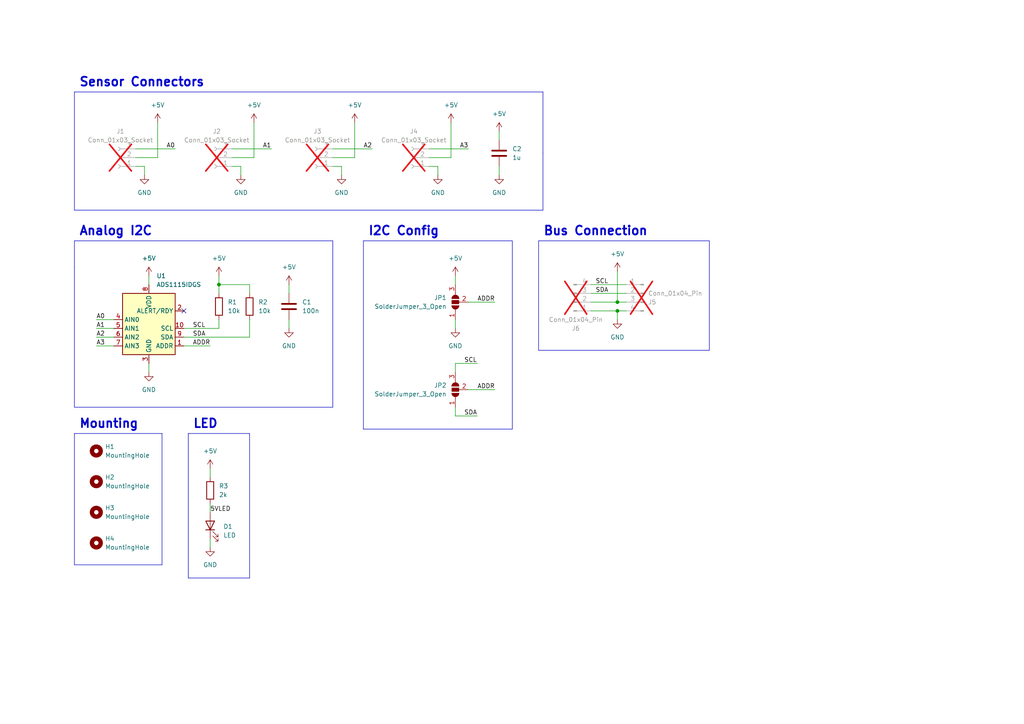
<source format=kicad_sch>
(kicad_sch (version 20230121) (generator eeschema)

  (uuid 807c05fd-68c5-483d-a64c-90bb106f15f2)

  (paper "A4")

  (lib_symbols
    (symbol "Analog_ADC:ADS1115IDGS" (in_bom yes) (on_board yes)
      (property "Reference" "U" (at 2.54 13.97 0)
        (effects (font (size 1.27 1.27)))
      )
      (property "Value" "ADS1115IDGS" (at 7.62 11.43 0)
        (effects (font (size 1.27 1.27)))
      )
      (property "Footprint" "Package_SO:TSSOP-10_3x3mm_P0.5mm" (at 0 -12.7 0)
        (effects (font (size 1.27 1.27)) hide)
      )
      (property "Datasheet" "http://www.ti.com/lit/ds/symlink/ads1113.pdf" (at -1.27 -22.86 0)
        (effects (font (size 1.27 1.27)) hide)
      )
      (property "ki_keywords" "16 bit 4 channel I2C ADC" (at 0 0 0)
        (effects (font (size 1.27 1.27)) hide)
      )
      (property "ki_description" "Ultra-Small, Low-Power, I2C-Compatible, 860-SPS, 16-Bit ADCs With Internal Reference, Oscillator, and Programmable Comparator, VSSOP-10" (at 0 0 0)
        (effects (font (size 1.27 1.27)) hide)
      )
      (property "ki_fp_filters" "TSSOP*3x3mm*P0.5mm*" (at 0 0 0)
        (effects (font (size 1.27 1.27)) hide)
      )
      (symbol "ADS1115IDGS_0_1"
        (rectangle (start -7.62 10.16) (end 7.62 -7.62)
          (stroke (width 0.254) (type default))
          (fill (type background))
        )
      )
      (symbol "ADS1115IDGS_1_1"
        (pin input line (at 10.16 -5.08 180) (length 2.54)
          (name "ADDR" (effects (font (size 1.27 1.27))))
          (number "1" (effects (font (size 1.27 1.27))))
        )
        (pin input line (at 10.16 0 180) (length 2.54)
          (name "SCL" (effects (font (size 1.27 1.27))))
          (number "10" (effects (font (size 1.27 1.27))))
        )
        (pin output line (at 10.16 5.08 180) (length 2.54)
          (name "ALERT/RDY" (effects (font (size 1.27 1.27))))
          (number "2" (effects (font (size 1.27 1.27))))
        )
        (pin power_in line (at 0 -10.16 90) (length 2.54)
          (name "GND" (effects (font (size 1.27 1.27))))
          (number "3" (effects (font (size 1.27 1.27))))
        )
        (pin input line (at -10.16 2.54 0) (length 2.54)
          (name "AIN0" (effects (font (size 1.27 1.27))))
          (number "4" (effects (font (size 1.27 1.27))))
        )
        (pin input line (at -10.16 0 0) (length 2.54)
          (name "AIN1" (effects (font (size 1.27 1.27))))
          (number "5" (effects (font (size 1.27 1.27))))
        )
        (pin input line (at -10.16 -2.54 0) (length 2.54)
          (name "AIN2" (effects (font (size 1.27 1.27))))
          (number "6" (effects (font (size 1.27 1.27))))
        )
        (pin input line (at -10.16 -5.08 0) (length 2.54)
          (name "AIN3" (effects (font (size 1.27 1.27))))
          (number "7" (effects (font (size 1.27 1.27))))
        )
        (pin power_in line (at 0 12.7 270) (length 2.54)
          (name "VDD" (effects (font (size 1.27 1.27))))
          (number "8" (effects (font (size 1.27 1.27))))
        )
        (pin bidirectional line (at 10.16 -2.54 180) (length 2.54)
          (name "SDA" (effects (font (size 1.27 1.27))))
          (number "9" (effects (font (size 1.27 1.27))))
        )
      )
    )
    (symbol "Connector:Conn_01x03_Socket" (pin_names (offset 1.016) hide) (in_bom yes) (on_board yes)
      (property "Reference" "J" (at 0 5.08 0)
        (effects (font (size 1.27 1.27)))
      )
      (property "Value" "Conn_01x03_Socket" (at 0 -5.08 0)
        (effects (font (size 1.27 1.27)))
      )
      (property "Footprint" "" (at 0 0 0)
        (effects (font (size 1.27 1.27)) hide)
      )
      (property "Datasheet" "~" (at 0 0 0)
        (effects (font (size 1.27 1.27)) hide)
      )
      (property "ki_locked" "" (at 0 0 0)
        (effects (font (size 1.27 1.27)))
      )
      (property "ki_keywords" "connector" (at 0 0 0)
        (effects (font (size 1.27 1.27)) hide)
      )
      (property "ki_description" "Generic connector, single row, 01x03, script generated" (at 0 0 0)
        (effects (font (size 1.27 1.27)) hide)
      )
      (property "ki_fp_filters" "Connector*:*_1x??_*" (at 0 0 0)
        (effects (font (size 1.27 1.27)) hide)
      )
      (symbol "Conn_01x03_Socket_1_1"
        (arc (start 0 -2.032) (mid -0.5058 -2.54) (end 0 -3.048)
          (stroke (width 0.1524) (type default))
          (fill (type none))
        )
        (polyline
          (pts
            (xy -1.27 -2.54)
            (xy -0.508 -2.54)
          )
          (stroke (width 0.1524) (type default))
          (fill (type none))
        )
        (polyline
          (pts
            (xy -1.27 0)
            (xy -0.508 0)
          )
          (stroke (width 0.1524) (type default))
          (fill (type none))
        )
        (polyline
          (pts
            (xy -1.27 2.54)
            (xy -0.508 2.54)
          )
          (stroke (width 0.1524) (type default))
          (fill (type none))
        )
        (arc (start 0 0.508) (mid -0.5058 0) (end 0 -0.508)
          (stroke (width 0.1524) (type default))
          (fill (type none))
        )
        (arc (start 0 3.048) (mid -0.5058 2.54) (end 0 2.032)
          (stroke (width 0.1524) (type default))
          (fill (type none))
        )
        (pin passive line (at -5.08 2.54 0) (length 3.81)
          (name "Pin_1" (effects (font (size 1.27 1.27))))
          (number "1" (effects (font (size 1.27 1.27))))
        )
        (pin passive line (at -5.08 0 0) (length 3.81)
          (name "Pin_2" (effects (font (size 1.27 1.27))))
          (number "2" (effects (font (size 1.27 1.27))))
        )
        (pin passive line (at -5.08 -2.54 0) (length 3.81)
          (name "Pin_3" (effects (font (size 1.27 1.27))))
          (number "3" (effects (font (size 1.27 1.27))))
        )
      )
    )
    (symbol "Connector:Conn_01x04_Pin" (pin_names (offset 1.016) hide) (in_bom yes) (on_board yes)
      (property "Reference" "J" (at 0 5.08 0)
        (effects (font (size 1.27 1.27)))
      )
      (property "Value" "Conn_01x04_Pin" (at 0 -7.62 0)
        (effects (font (size 1.27 1.27)))
      )
      (property "Footprint" "" (at 0 0 0)
        (effects (font (size 1.27 1.27)) hide)
      )
      (property "Datasheet" "~" (at 0 0 0)
        (effects (font (size 1.27 1.27)) hide)
      )
      (property "ki_locked" "" (at 0 0 0)
        (effects (font (size 1.27 1.27)))
      )
      (property "ki_keywords" "connector" (at 0 0 0)
        (effects (font (size 1.27 1.27)) hide)
      )
      (property "ki_description" "Generic connector, single row, 01x04, script generated" (at 0 0 0)
        (effects (font (size 1.27 1.27)) hide)
      )
      (property "ki_fp_filters" "Connector*:*_1x??_*" (at 0 0 0)
        (effects (font (size 1.27 1.27)) hide)
      )
      (symbol "Conn_01x04_Pin_1_1"
        (polyline
          (pts
            (xy 1.27 -5.08)
            (xy 0.8636 -5.08)
          )
          (stroke (width 0.1524) (type default))
          (fill (type none))
        )
        (polyline
          (pts
            (xy 1.27 -2.54)
            (xy 0.8636 -2.54)
          )
          (stroke (width 0.1524) (type default))
          (fill (type none))
        )
        (polyline
          (pts
            (xy 1.27 0)
            (xy 0.8636 0)
          )
          (stroke (width 0.1524) (type default))
          (fill (type none))
        )
        (polyline
          (pts
            (xy 1.27 2.54)
            (xy 0.8636 2.54)
          )
          (stroke (width 0.1524) (type default))
          (fill (type none))
        )
        (rectangle (start 0.8636 -4.953) (end 0 -5.207)
          (stroke (width 0.1524) (type default))
          (fill (type outline))
        )
        (rectangle (start 0.8636 -2.413) (end 0 -2.667)
          (stroke (width 0.1524) (type default))
          (fill (type outline))
        )
        (rectangle (start 0.8636 0.127) (end 0 -0.127)
          (stroke (width 0.1524) (type default))
          (fill (type outline))
        )
        (rectangle (start 0.8636 2.667) (end 0 2.413)
          (stroke (width 0.1524) (type default))
          (fill (type outline))
        )
        (pin passive line (at 5.08 2.54 180) (length 3.81)
          (name "Pin_1" (effects (font (size 1.27 1.27))))
          (number "1" (effects (font (size 1.27 1.27))))
        )
        (pin passive line (at 5.08 0 180) (length 3.81)
          (name "Pin_2" (effects (font (size 1.27 1.27))))
          (number "2" (effects (font (size 1.27 1.27))))
        )
        (pin passive line (at 5.08 -2.54 180) (length 3.81)
          (name "Pin_3" (effects (font (size 1.27 1.27))))
          (number "3" (effects (font (size 1.27 1.27))))
        )
        (pin passive line (at 5.08 -5.08 180) (length 3.81)
          (name "Pin_4" (effects (font (size 1.27 1.27))))
          (number "4" (effects (font (size 1.27 1.27))))
        )
      )
    )
    (symbol "Device:C" (pin_numbers hide) (pin_names (offset 0.254)) (in_bom yes) (on_board yes)
      (property "Reference" "C" (at 0.635 2.54 0)
        (effects (font (size 1.27 1.27)) (justify left))
      )
      (property "Value" "C" (at 0.635 -2.54 0)
        (effects (font (size 1.27 1.27)) (justify left))
      )
      (property "Footprint" "" (at 0.9652 -3.81 0)
        (effects (font (size 1.27 1.27)) hide)
      )
      (property "Datasheet" "~" (at 0 0 0)
        (effects (font (size 1.27 1.27)) hide)
      )
      (property "ki_keywords" "cap capacitor" (at 0 0 0)
        (effects (font (size 1.27 1.27)) hide)
      )
      (property "ki_description" "Unpolarized capacitor" (at 0 0 0)
        (effects (font (size 1.27 1.27)) hide)
      )
      (property "ki_fp_filters" "C_*" (at 0 0 0)
        (effects (font (size 1.27 1.27)) hide)
      )
      (symbol "C_0_1"
        (polyline
          (pts
            (xy -2.032 -0.762)
            (xy 2.032 -0.762)
          )
          (stroke (width 0.508) (type default))
          (fill (type none))
        )
        (polyline
          (pts
            (xy -2.032 0.762)
            (xy 2.032 0.762)
          )
          (stroke (width 0.508) (type default))
          (fill (type none))
        )
      )
      (symbol "C_1_1"
        (pin passive line (at 0 3.81 270) (length 2.794)
          (name "~" (effects (font (size 1.27 1.27))))
          (number "1" (effects (font (size 1.27 1.27))))
        )
        (pin passive line (at 0 -3.81 90) (length 2.794)
          (name "~" (effects (font (size 1.27 1.27))))
          (number "2" (effects (font (size 1.27 1.27))))
        )
      )
    )
    (symbol "Device:LED" (pin_numbers hide) (pin_names (offset 1.016) hide) (in_bom yes) (on_board yes)
      (property "Reference" "D" (at 0 2.54 0)
        (effects (font (size 1.27 1.27)))
      )
      (property "Value" "LED" (at 0 -2.54 0)
        (effects (font (size 1.27 1.27)))
      )
      (property "Footprint" "" (at 0 0 0)
        (effects (font (size 1.27 1.27)) hide)
      )
      (property "Datasheet" "~" (at 0 0 0)
        (effects (font (size 1.27 1.27)) hide)
      )
      (property "ki_keywords" "LED diode" (at 0 0 0)
        (effects (font (size 1.27 1.27)) hide)
      )
      (property "ki_description" "Light emitting diode" (at 0 0 0)
        (effects (font (size 1.27 1.27)) hide)
      )
      (property "ki_fp_filters" "LED* LED_SMD:* LED_THT:*" (at 0 0 0)
        (effects (font (size 1.27 1.27)) hide)
      )
      (symbol "LED_0_1"
        (polyline
          (pts
            (xy -1.27 -1.27)
            (xy -1.27 1.27)
          )
          (stroke (width 0.254) (type default))
          (fill (type none))
        )
        (polyline
          (pts
            (xy -1.27 0)
            (xy 1.27 0)
          )
          (stroke (width 0) (type default))
          (fill (type none))
        )
        (polyline
          (pts
            (xy 1.27 -1.27)
            (xy 1.27 1.27)
            (xy -1.27 0)
            (xy 1.27 -1.27)
          )
          (stroke (width 0.254) (type default))
          (fill (type none))
        )
        (polyline
          (pts
            (xy -3.048 -0.762)
            (xy -4.572 -2.286)
            (xy -3.81 -2.286)
            (xy -4.572 -2.286)
            (xy -4.572 -1.524)
          )
          (stroke (width 0) (type default))
          (fill (type none))
        )
        (polyline
          (pts
            (xy -1.778 -0.762)
            (xy -3.302 -2.286)
            (xy -2.54 -2.286)
            (xy -3.302 -2.286)
            (xy -3.302 -1.524)
          )
          (stroke (width 0) (type default))
          (fill (type none))
        )
      )
      (symbol "LED_1_1"
        (pin passive line (at -3.81 0 0) (length 2.54)
          (name "K" (effects (font (size 1.27 1.27))))
          (number "1" (effects (font (size 1.27 1.27))))
        )
        (pin passive line (at 3.81 0 180) (length 2.54)
          (name "A" (effects (font (size 1.27 1.27))))
          (number "2" (effects (font (size 1.27 1.27))))
        )
      )
    )
    (symbol "Device:R" (pin_numbers hide) (pin_names (offset 0)) (in_bom yes) (on_board yes)
      (property "Reference" "R" (at 2.032 0 90)
        (effects (font (size 1.27 1.27)))
      )
      (property "Value" "R" (at 0 0 90)
        (effects (font (size 1.27 1.27)))
      )
      (property "Footprint" "" (at -1.778 0 90)
        (effects (font (size 1.27 1.27)) hide)
      )
      (property "Datasheet" "~" (at 0 0 0)
        (effects (font (size 1.27 1.27)) hide)
      )
      (property "ki_keywords" "R res resistor" (at 0 0 0)
        (effects (font (size 1.27 1.27)) hide)
      )
      (property "ki_description" "Resistor" (at 0 0 0)
        (effects (font (size 1.27 1.27)) hide)
      )
      (property "ki_fp_filters" "R_*" (at 0 0 0)
        (effects (font (size 1.27 1.27)) hide)
      )
      (symbol "R_0_1"
        (rectangle (start -1.016 -2.54) (end 1.016 2.54)
          (stroke (width 0.254) (type default))
          (fill (type none))
        )
      )
      (symbol "R_1_1"
        (pin passive line (at 0 3.81 270) (length 1.27)
          (name "~" (effects (font (size 1.27 1.27))))
          (number "1" (effects (font (size 1.27 1.27))))
        )
        (pin passive line (at 0 -3.81 90) (length 1.27)
          (name "~" (effects (font (size 1.27 1.27))))
          (number "2" (effects (font (size 1.27 1.27))))
        )
      )
    )
    (symbol "Jumper:SolderJumper_3_Open" (pin_names (offset 0) hide) (in_bom yes) (on_board yes)
      (property "Reference" "JP" (at -2.54 -2.54 0)
        (effects (font (size 1.27 1.27)))
      )
      (property "Value" "SolderJumper_3_Open" (at 0 2.794 0)
        (effects (font (size 1.27 1.27)))
      )
      (property "Footprint" "" (at 0 0 0)
        (effects (font (size 1.27 1.27)) hide)
      )
      (property "Datasheet" "~" (at 0 0 0)
        (effects (font (size 1.27 1.27)) hide)
      )
      (property "ki_keywords" "Solder Jumper SPDT" (at 0 0 0)
        (effects (font (size 1.27 1.27)) hide)
      )
      (property "ki_description" "Solder Jumper, 3-pole, open" (at 0 0 0)
        (effects (font (size 1.27 1.27)) hide)
      )
      (property "ki_fp_filters" "SolderJumper*Open*" (at 0 0 0)
        (effects (font (size 1.27 1.27)) hide)
      )
      (symbol "SolderJumper_3_Open_0_1"
        (arc (start -1.016 1.016) (mid -2.0276 0) (end -1.016 -1.016)
          (stroke (width 0) (type default))
          (fill (type none))
        )
        (arc (start -1.016 1.016) (mid -2.0276 0) (end -1.016 -1.016)
          (stroke (width 0) (type default))
          (fill (type outline))
        )
        (rectangle (start -0.508 1.016) (end 0.508 -1.016)
          (stroke (width 0) (type default))
          (fill (type outline))
        )
        (polyline
          (pts
            (xy -2.54 0)
            (xy -2.032 0)
          )
          (stroke (width 0) (type default))
          (fill (type none))
        )
        (polyline
          (pts
            (xy -1.016 1.016)
            (xy -1.016 -1.016)
          )
          (stroke (width 0) (type default))
          (fill (type none))
        )
        (polyline
          (pts
            (xy 0 -1.27)
            (xy 0 -1.016)
          )
          (stroke (width 0) (type default))
          (fill (type none))
        )
        (polyline
          (pts
            (xy 1.016 1.016)
            (xy 1.016 -1.016)
          )
          (stroke (width 0) (type default))
          (fill (type none))
        )
        (polyline
          (pts
            (xy 2.54 0)
            (xy 2.032 0)
          )
          (stroke (width 0) (type default))
          (fill (type none))
        )
        (arc (start 1.016 -1.016) (mid 2.0276 0) (end 1.016 1.016)
          (stroke (width 0) (type default))
          (fill (type none))
        )
        (arc (start 1.016 -1.016) (mid 2.0276 0) (end 1.016 1.016)
          (stroke (width 0) (type default))
          (fill (type outline))
        )
      )
      (symbol "SolderJumper_3_Open_1_1"
        (pin passive line (at -5.08 0 0) (length 2.54)
          (name "A" (effects (font (size 1.27 1.27))))
          (number "1" (effects (font (size 1.27 1.27))))
        )
        (pin passive line (at 0 -3.81 90) (length 2.54)
          (name "C" (effects (font (size 1.27 1.27))))
          (number "2" (effects (font (size 1.27 1.27))))
        )
        (pin passive line (at 5.08 0 180) (length 2.54)
          (name "B" (effects (font (size 1.27 1.27))))
          (number "3" (effects (font (size 1.27 1.27))))
        )
      )
    )
    (symbol "Mechanical:MountingHole" (pin_names (offset 1.016)) (in_bom yes) (on_board yes)
      (property "Reference" "H" (at 0 5.08 0)
        (effects (font (size 1.27 1.27)))
      )
      (property "Value" "MountingHole" (at 0 3.175 0)
        (effects (font (size 1.27 1.27)))
      )
      (property "Footprint" "" (at 0 0 0)
        (effects (font (size 1.27 1.27)) hide)
      )
      (property "Datasheet" "~" (at 0 0 0)
        (effects (font (size 1.27 1.27)) hide)
      )
      (property "ki_keywords" "mounting hole" (at 0 0 0)
        (effects (font (size 1.27 1.27)) hide)
      )
      (property "ki_description" "Mounting Hole without connection" (at 0 0 0)
        (effects (font (size 1.27 1.27)) hide)
      )
      (property "ki_fp_filters" "MountingHole*" (at 0 0 0)
        (effects (font (size 1.27 1.27)) hide)
      )
      (symbol "MountingHole_0_1"
        (circle (center 0 0) (radius 1.27)
          (stroke (width 1.27) (type default))
          (fill (type none))
        )
      )
    )
    (symbol "power:+5V" (power) (pin_names (offset 0)) (in_bom yes) (on_board yes)
      (property "Reference" "#PWR" (at 0 -3.81 0)
        (effects (font (size 1.27 1.27)) hide)
      )
      (property "Value" "+5V" (at 0 3.556 0)
        (effects (font (size 1.27 1.27)))
      )
      (property "Footprint" "" (at 0 0 0)
        (effects (font (size 1.27 1.27)) hide)
      )
      (property "Datasheet" "" (at 0 0 0)
        (effects (font (size 1.27 1.27)) hide)
      )
      (property "ki_keywords" "global power" (at 0 0 0)
        (effects (font (size 1.27 1.27)) hide)
      )
      (property "ki_description" "Power symbol creates a global label with name \"+5V\"" (at 0 0 0)
        (effects (font (size 1.27 1.27)) hide)
      )
      (symbol "+5V_0_1"
        (polyline
          (pts
            (xy -0.762 1.27)
            (xy 0 2.54)
          )
          (stroke (width 0) (type default))
          (fill (type none))
        )
        (polyline
          (pts
            (xy 0 0)
            (xy 0 2.54)
          )
          (stroke (width 0) (type default))
          (fill (type none))
        )
        (polyline
          (pts
            (xy 0 2.54)
            (xy 0.762 1.27)
          )
          (stroke (width 0) (type default))
          (fill (type none))
        )
      )
      (symbol "+5V_1_1"
        (pin power_in line (at 0 0 90) (length 0) hide
          (name "+5V" (effects (font (size 1.27 1.27))))
          (number "1" (effects (font (size 1.27 1.27))))
        )
      )
    )
    (symbol "power:GND" (power) (pin_names (offset 0)) (in_bom yes) (on_board yes)
      (property "Reference" "#PWR" (at 0 -6.35 0)
        (effects (font (size 1.27 1.27)) hide)
      )
      (property "Value" "GND" (at 0 -3.81 0)
        (effects (font (size 1.27 1.27)))
      )
      (property "Footprint" "" (at 0 0 0)
        (effects (font (size 1.27 1.27)) hide)
      )
      (property "Datasheet" "" (at 0 0 0)
        (effects (font (size 1.27 1.27)) hide)
      )
      (property "ki_keywords" "global power" (at 0 0 0)
        (effects (font (size 1.27 1.27)) hide)
      )
      (property "ki_description" "Power symbol creates a global label with name \"GND\" , ground" (at 0 0 0)
        (effects (font (size 1.27 1.27)) hide)
      )
      (symbol "GND_0_1"
        (polyline
          (pts
            (xy 0 0)
            (xy 0 -1.27)
            (xy 1.27 -1.27)
            (xy 0 -2.54)
            (xy -1.27 -1.27)
            (xy 0 -1.27)
          )
          (stroke (width 0) (type default))
          (fill (type none))
        )
      )
      (symbol "GND_1_1"
        (pin power_in line (at 0 0 270) (length 0) hide
          (name "GND" (effects (font (size 1.27 1.27))))
          (number "1" (effects (font (size 1.27 1.27))))
        )
      )
    )
  )

  (junction (at 179.07 90.17) (diameter 0) (color 0 0 0 0)
    (uuid 036ebf45-7ddd-4e95-9104-fd2c18724513)
  )
  (junction (at 63.5 82.55) (diameter 0) (color 0 0 0 0)
    (uuid b8144337-d318-4757-a72c-f5b32f94d9f1)
  )
  (junction (at 179.07 87.63) (diameter 0) (color 0 0 0 0)
    (uuid cf2be36b-9083-404a-9aae-83115a161a62)
  )

  (no_connect (at 53.34 90.17) (uuid 39495038-4980-41c3-a10e-f76507f9bdd0))

  (wire (pts (xy 179.07 90.17) (xy 179.07 92.71))
    (stroke (width 0) (type default))
    (uuid 02eac19e-96f4-4735-b397-592995c31fcc)
  )
  (wire (pts (xy 132.08 105.41) (xy 138.43 105.41))
    (stroke (width 0) (type default))
    (uuid 05bca63b-f4b0-46c5-8368-c788f9aeb394)
  )
  (wire (pts (xy 127 50.8) (xy 127 48.26))
    (stroke (width 0) (type default))
    (uuid 069e6720-0b08-4eaf-a5d4-37f5550b4b98)
  )
  (wire (pts (xy 60.96 146.05) (xy 60.96 148.59))
    (stroke (width 0) (type default))
    (uuid 09eb0e14-1d01-48ec-9c5f-a3ff1bc45351)
  )
  (wire (pts (xy 60.96 156.21) (xy 60.96 158.75))
    (stroke (width 0) (type default))
    (uuid 0ba8bf0f-1cb3-48b1-b1dc-36086594f868)
  )
  (polyline (pts (xy 157.48 60.96) (xy 21.59 60.96))
    (stroke (width 0) (type default))
    (uuid 0dcc20b1-6d9a-4f8d-be30-992da6584cc3)
  )

  (wire (pts (xy 83.82 82.55) (xy 83.82 85.09))
    (stroke (width 0) (type default))
    (uuid 13dba8c4-7b1f-423a-b080-4df96a8c429f)
  )
  (polyline (pts (xy 54.61 125.73) (xy 54.61 137.16))
    (stroke (width 0) (type default))
    (uuid 1411a3aa-cade-40a0-a2c7-edaec6e6667f)
  )

  (wire (pts (xy 132.08 80.01) (xy 132.08 82.55))
    (stroke (width 0) (type default))
    (uuid 162cced0-365e-4274-9400-519c57859e0f)
  )
  (wire (pts (xy 41.91 50.8) (xy 41.91 48.26))
    (stroke (width 0) (type default))
    (uuid 19f9ce08-da3f-4691-a570-eb27db70bb2d)
  )
  (wire (pts (xy 63.5 82.55) (xy 63.5 85.09))
    (stroke (width 0) (type default))
    (uuid 1de9dbf8-40fe-4c0d-b59e-586304247437)
  )
  (polyline (pts (xy 105.41 124.46) (xy 105.41 69.85))
    (stroke (width 0) (type default))
    (uuid 1e1ab500-ef41-41a7-885e-53f0925bbaa8)
  )

  (wire (pts (xy 27.94 92.71) (xy 33.02 92.71))
    (stroke (width 0) (type default))
    (uuid 24983676-e73d-4ebd-906b-fc4a17f166ba)
  )
  (wire (pts (xy 171.45 82.55) (xy 181.61 82.55))
    (stroke (width 0) (type default))
    (uuid 29132860-dc64-4b4b-9650-38424b744a9e)
  )
  (polyline (pts (xy 21.59 77.47) (xy 21.59 118.11))
    (stroke (width 0) (type default))
    (uuid 2a40d70b-2ac7-45a4-a2c8-f6e9b1de2efe)
  )
  (polyline (pts (xy 130.81 69.85) (xy 148.59 69.85))
    (stroke (width 0) (type default))
    (uuid 30abe669-eb94-4ebe-9fff-758bf3443921)
  )

  (wire (pts (xy 171.45 85.09) (xy 181.61 85.09))
    (stroke (width 0) (type default))
    (uuid 341f8ca6-1957-4f73-8573-96e54d750d48)
  )
  (polyline (pts (xy 205.74 69.85) (xy 205.74 101.6))
    (stroke (width 0) (type default))
    (uuid 43b388d8-bbf6-44d6-838d-1ef34c2a612c)
  )

  (wire (pts (xy 135.89 113.03) (xy 143.51 113.03))
    (stroke (width 0) (type default))
    (uuid 442dec7e-8ad0-4865-b60f-460067d0ed14)
  )
  (wire (pts (xy 53.34 97.79) (xy 72.39 97.79))
    (stroke (width 0) (type default))
    (uuid 44f86f10-1e18-4275-a172-4528090c9251)
  )
  (wire (pts (xy 72.39 97.79) (xy 72.39 92.71))
    (stroke (width 0) (type default))
    (uuid 468c7d3f-a2e7-4d1f-ae4e-60b942b8f22b)
  )
  (wire (pts (xy 135.89 87.63) (xy 143.51 87.63))
    (stroke (width 0) (type default))
    (uuid 49f4f30f-03f0-4a7e-b462-9012562dcb9d)
  )
  (polyline (pts (xy 175.26 69.85) (xy 205.74 69.85))
    (stroke (width 0) (type default))
    (uuid 53248058-16ca-47c7-9b4c-58c1425cec86)
  )

  (wire (pts (xy 144.78 48.26) (xy 144.78 50.8))
    (stroke (width 0) (type default))
    (uuid 54e914ec-5d81-44b1-b415-2374b3506a39)
  )
  (wire (pts (xy 179.07 78.74) (xy 179.07 87.63))
    (stroke (width 0) (type default))
    (uuid 5a873206-2ec1-44a5-a24c-720e4017aa14)
  )
  (wire (pts (xy 60.96 135.89) (xy 60.96 138.43))
    (stroke (width 0) (type default))
    (uuid 5ed4e363-e5cf-43a7-bb2c-bcaab48390b9)
  )
  (wire (pts (xy 53.34 95.25) (xy 63.5 95.25))
    (stroke (width 0) (type default))
    (uuid 5f5bea91-52df-4daf-853a-6b80519a00a5)
  )
  (wire (pts (xy 27.94 95.25) (xy 33.02 95.25))
    (stroke (width 0) (type default))
    (uuid 610fa27a-82a4-47dc-99f4-7708a337538d)
  )
  (wire (pts (xy 130.81 45.72) (xy 124.46 45.72))
    (stroke (width 0) (type default))
    (uuid 6835e6b2-769a-45e6-bd88-1ab7b71642ef)
  )
  (wire (pts (xy 96.52 43.18) (xy 107.95 43.18))
    (stroke (width 0) (type default))
    (uuid 6c2ca2b7-b275-4c95-9e58-8a5758684120)
  )
  (wire (pts (xy 99.06 50.8) (xy 99.06 48.26))
    (stroke (width 0) (type default))
    (uuid 70461897-66cb-479d-b8e6-49c8084aaa35)
  )
  (wire (pts (xy 45.72 45.72) (xy 39.37 45.72))
    (stroke (width 0) (type default))
    (uuid 70a0b681-2a74-4129-87e8-c31cb6dcb80c)
  )
  (polyline (pts (xy 21.59 69.85) (xy 21.59 77.47))
    (stroke (width 0) (type default))
    (uuid 71a05139-1be3-49c8-a71f-48df8614ed06)
  )

  (wire (pts (xy 171.45 87.63) (xy 179.07 87.63))
    (stroke (width 0) (type default))
    (uuid 776dc830-839b-4070-b867-ca109689a6af)
  )
  (polyline (pts (xy 96.52 69.85) (xy 21.59 69.85))
    (stroke (width 0) (type default))
    (uuid 7b9674de-6af2-4047-ba2e-ae6db5936abd)
  )
  (polyline (pts (xy 21.59 163.83) (xy 46.99 163.83))
    (stroke (width 0) (type default))
    (uuid 7bff8b37-6cd0-438b-b1bf-e4135668f8d6)
  )

  (wire (pts (xy 69.85 50.8) (xy 69.85 48.26))
    (stroke (width 0) (type default))
    (uuid 808f6c07-21ac-4b1e-8f59-a1f88bffe74a)
  )
  (polyline (pts (xy 156.21 101.6) (xy 156.21 69.85))
    (stroke (width 0) (type default))
    (uuid 83b74a1c-755d-4300-a91c-b53f660be4d2)
  )
  (polyline (pts (xy 72.39 167.64) (xy 72.39 125.73))
    (stroke (width 0) (type default))
    (uuid 84676110-0268-4166-8295-3e53d5f667a1)
  )

  (wire (pts (xy 102.87 35.56) (xy 102.87 45.72))
    (stroke (width 0) (type default))
    (uuid 897a7268-e46a-40cf-9727-b9ef672fbbed)
  )
  (polyline (pts (xy 157.48 26.67) (xy 157.48 44.45))
    (stroke (width 0) (type default))
    (uuid 8b0d754e-d542-4705-b706-a9228deb7a50)
  )
  (polyline (pts (xy 21.59 60.96) (xy 21.59 26.67))
    (stroke (width 0) (type default))
    (uuid 8d6ad808-4dac-476d-8075-0e1ec90ef51d)
  )

  (wire (pts (xy 67.31 43.18) (xy 78.74 43.18))
    (stroke (width 0) (type default))
    (uuid 8e1d31ac-07ed-4bea-8c2b-efe2e84158fc)
  )
  (wire (pts (xy 73.66 35.56) (xy 73.66 45.72))
    (stroke (width 0) (type default))
    (uuid 8eb0d4b1-a7f0-4b4e-a746-accc5eb4d97c)
  )
  (wire (pts (xy 144.78 38.1) (xy 144.78 40.64))
    (stroke (width 0) (type default))
    (uuid 90acfb63-4f7d-4bc2-999a-377c753fe14f)
  )
  (polyline (pts (xy 72.39 125.73) (xy 54.61 125.73))
    (stroke (width 0) (type default))
    (uuid 9174104d-bb96-4f6a-aac0-c73b1906c84d)
  )

  (wire (pts (xy 171.45 90.17) (xy 179.07 90.17))
    (stroke (width 0) (type default))
    (uuid 9933b809-2717-42c1-bb78-3bc5f81c4ea5)
  )
  (wire (pts (xy 73.66 45.72) (xy 67.31 45.72))
    (stroke (width 0) (type default))
    (uuid 9a15033a-0146-43b4-9599-f7da3126a5e5)
  )
  (polyline (pts (xy 156.21 69.85) (xy 175.26 69.85))
    (stroke (width 0) (type default))
    (uuid 9b87304f-2b1b-4b27-ab49-63c21d5fc013)
  )

  (wire (pts (xy 102.87 45.72) (xy 96.52 45.72))
    (stroke (width 0) (type default))
    (uuid a0901ae0-6b28-4eb9-a759-a6d6470553a3)
  )
  (polyline (pts (xy 157.48 44.45) (xy 157.48 60.96))
    (stroke (width 0) (type default))
    (uuid a120fe74-80d4-460b-82bb-3f2bb2808407)
  )

  (wire (pts (xy 179.07 90.17) (xy 181.61 90.17))
    (stroke (width 0) (type default))
    (uuid a22dce2f-db27-48e0-904d-d1a933606315)
  )
  (wire (pts (xy 41.91 48.26) (xy 39.37 48.26))
    (stroke (width 0) (type default))
    (uuid a3202b1d-61a0-4906-a6b2-dccb16656880)
  )
  (wire (pts (xy 124.46 43.18) (xy 135.89 43.18))
    (stroke (width 0) (type default))
    (uuid aa4f9398-d47f-4914-8088-9f6d331a8837)
  )
  (polyline (pts (xy 21.59 125.73) (xy 21.59 163.83))
    (stroke (width 0) (type default))
    (uuid abf10fe2-fac1-4c3f-af59-abe07a2a46db)
  )

  (wire (pts (xy 127 48.26) (xy 124.46 48.26))
    (stroke (width 0) (type default))
    (uuid ada144b9-e7f7-4614-85b4-1fd7e50b6d70)
  )
  (wire (pts (xy 132.08 120.65) (xy 138.43 120.65))
    (stroke (width 0) (type default))
    (uuid b02df171-ae43-4c94-ac14-24973948ad60)
  )
  (wire (pts (xy 83.82 92.71) (xy 83.82 95.25))
    (stroke (width 0) (type default))
    (uuid b070a604-a51e-4b09-8176-12f5885d5883)
  )
  (wire (pts (xy 43.18 80.01) (xy 43.18 82.55))
    (stroke (width 0) (type default))
    (uuid b4660dca-874e-473e-9dff-73e59a4d592d)
  )
  (wire (pts (xy 179.07 87.63) (xy 181.61 87.63))
    (stroke (width 0) (type default))
    (uuid b5245540-a3f3-4806-aa91-4287af17ac06)
  )
  (polyline (pts (xy 21.59 26.67) (xy 157.48 26.67))
    (stroke (width 0) (type default))
    (uuid b5451e21-efe3-43a4-905b-f5b400b0762f)
  )

  (wire (pts (xy 53.34 100.33) (xy 60.96 100.33))
    (stroke (width 0) (type default))
    (uuid b72f5ca1-8841-45ba-b4aa-27da76ae0884)
  )
  (wire (pts (xy 132.08 107.95) (xy 132.08 105.41))
    (stroke (width 0) (type default))
    (uuid b740915e-23ae-4f44-856f-9f0e9bdfad97)
  )
  (wire (pts (xy 63.5 95.25) (xy 63.5 92.71))
    (stroke (width 0) (type default))
    (uuid b9819426-70fa-470d-bcc3-842ec7623533)
  )
  (polyline (pts (xy 205.74 101.6) (xy 156.21 101.6))
    (stroke (width 0) (type default))
    (uuid ba7f1460-e2a9-4714-bad2-5ff38fb850fb)
  )
  (polyline (pts (xy 54.61 137.16) (xy 54.61 167.64))
    (stroke (width 0) (type default))
    (uuid beb84b42-0339-4a33-9c56-fdf584f51b37)
  )

  (wire (pts (xy 27.94 100.33) (xy 33.02 100.33))
    (stroke (width 0) (type default))
    (uuid c3733df9-b721-4fe4-b959-82f997770ccd)
  )
  (wire (pts (xy 63.5 80.01) (xy 63.5 82.55))
    (stroke (width 0) (type default))
    (uuid c5cc711c-1481-4f5f-bf9e-2ad5ff6e8854)
  )
  (polyline (pts (xy 21.59 118.11) (xy 96.52 118.11))
    (stroke (width 0) (type default))
    (uuid c62d46cc-b7f0-410a-b0f8-ca41d9d407e7)
  )
  (polyline (pts (xy 105.41 69.85) (xy 130.81 69.85))
    (stroke (width 0) (type default))
    (uuid c86a4a1c-786d-4bf6-94af-82c825f3cde8)
  )

  (wire (pts (xy 99.06 48.26) (xy 96.52 48.26))
    (stroke (width 0) (type default))
    (uuid c87fe275-37b8-4800-85c8-371290ab92bf)
  )
  (polyline (pts (xy 148.59 69.85) (xy 148.59 124.46))
    (stroke (width 0) (type default))
    (uuid ca4831ab-4507-4d8d-8dfd-a29292b7117a)
  )

  (wire (pts (xy 132.08 92.71) (xy 132.08 95.25))
    (stroke (width 0) (type default))
    (uuid cf284737-3082-4e01-a98e-5fb6e691b760)
  )
  (wire (pts (xy 130.81 35.56) (xy 130.81 45.72))
    (stroke (width 0) (type default))
    (uuid d048dfbb-f592-461f-88b3-927df09f35b2)
  )
  (polyline (pts (xy 46.99 163.83) (xy 46.99 125.73))
    (stroke (width 0) (type default))
    (uuid d8b5b93e-7f1d-4617-8300-771e7311fdf9)
  )

  (wire (pts (xy 63.5 82.55) (xy 72.39 82.55))
    (stroke (width 0) (type default))
    (uuid d974c4aa-9880-432e-a6f9-6da936751cbe)
  )
  (polyline (pts (xy 96.52 118.11) (xy 96.52 69.85))
    (stroke (width 0) (type default))
    (uuid da296d33-8ae0-44f5-b23d-0028d460fdc4)
  )

  (wire (pts (xy 43.18 105.41) (xy 43.18 107.95))
    (stroke (width 0) (type default))
    (uuid debfcd02-8cb4-4bff-bc34-3020532ec9af)
  )
  (wire (pts (xy 69.85 48.26) (xy 67.31 48.26))
    (stroke (width 0) (type default))
    (uuid e68df5f8-95dc-4110-bb45-2a7fe1b52513)
  )
  (wire (pts (xy 27.94 97.79) (xy 33.02 97.79))
    (stroke (width 0) (type default))
    (uuid f46ad227-19e5-4871-823e-62e8febd9982)
  )
  (wire (pts (xy 132.08 118.11) (xy 132.08 120.65))
    (stroke (width 0) (type default))
    (uuid f473f7e6-49b6-4aee-817f-e5732baa43ab)
  )
  (wire (pts (xy 72.39 82.55) (xy 72.39 85.09))
    (stroke (width 0) (type default))
    (uuid f6ab6804-f46a-405d-991b-73f0046d9a7c)
  )
  (wire (pts (xy 45.72 35.56) (xy 45.72 45.72))
    (stroke (width 0) (type default))
    (uuid f7154a74-3cc4-426c-9876-58b4d0cbbb5b)
  )
  (polyline (pts (xy 21.59 125.73) (xy 46.99 125.73))
    (stroke (width 0) (type default))
    (uuid f75bbed4-cf52-4a00-ae6f-15e134c88aac)
  )

  (wire (pts (xy 39.37 43.18) (xy 50.8 43.18))
    (stroke (width 0) (type default))
    (uuid f873b9d8-104c-4398-81d4-cd872a8578e6)
  )
  (polyline (pts (xy 148.59 124.46) (xy 105.41 124.46))
    (stroke (width 0) (type default))
    (uuid f9f3af62-7981-4ce4-b62f-87a9c695d023)
  )
  (polyline (pts (xy 54.61 167.64) (xy 72.39 167.64))
    (stroke (width 0) (type default))
    (uuid faf1e4d3-b5e6-47d9-a982-7d3069303827)
  )

  (text "Sensor Connectors" (at 22.86 25.4 0)
    (effects (font (size 2.54 2.54) (thickness 0.508) bold) (justify left bottom))
    (uuid 0402a704-7ccf-4056-b354-f9658c87d8d0)
  )
  (text "LED" (at 55.88 124.46 0)
    (effects (font (size 2.5 2.5) (thickness 0.5) bold) (justify left bottom))
    (uuid 3e6a4c0a-faba-4efa-af6a-5819d4444882)
  )
  (text "I2C Config" (at 106.68 68.58 0)
    (effects (font (size 2.54 2.54) (thickness 0.508) bold) (justify left bottom))
    (uuid 8fdaf823-c996-4af2-b1b6-3e3998ba5120)
  )
  (text "Mounting" (at 22.86 124.46 0)
    (effects (font (size 2.5 2.5) (thickness 0.5) bold) (justify left bottom))
    (uuid 925eeb1a-7fb2-4e48-8393-b6abbdb41771)
  )
  (text "Bus Connection" (at 157.48 68.58 0)
    (effects (font (size 2.54 2.54) (thickness 0.508) bold) (justify left bottom))
    (uuid 9289469b-a954-44dc-be5a-666dd8c4a140)
  )
  (text "Analog I2C" (at 22.86 68.58 0)
    (effects (font (size 2.54 2.54) (thickness 0.508) bold) (justify left bottom))
    (uuid ef3b93f2-1e67-4dc3-9166-de8ff3f0e4ee)
  )

  (label "SCL" (at 172.72 82.55 0) (fields_autoplaced)
    (effects (font (size 1.27 1.27)) (justify left bottom))
    (uuid 0f33188f-0340-4337-b967-67d1eac8e4d3)
  )
  (label "5VLED" (at 60.96 148.59 0) (fields_autoplaced)
    (effects (font (size 1.27 1.27)) (justify left bottom))
    (uuid 1c7c4625-ca39-4bc4-8456-2a238a8598fd)
  )
  (label "A2" (at 27.94 97.79 0) (fields_autoplaced)
    (effects (font (size 1.27 1.27)) (justify left bottom))
    (uuid 2031cd43-f76b-4c83-9bc7-da5419342b71)
  )
  (label "A2" (at 105.41 43.18 0) (fields_autoplaced)
    (effects (font (size 1.27 1.27)) (justify left bottom))
    (uuid 33180e71-9279-49a3-8c4c-1eb89631f2ef)
  )
  (label "SDA" (at 134.62 120.65 0) (fields_autoplaced)
    (effects (font (size 1.27 1.27)) (justify left bottom))
    (uuid 3783d89c-3c44-471a-abf3-04f3b2df3899)
  )
  (label "ADDR" (at 138.43 113.03 0) (fields_autoplaced)
    (effects (font (size 1.27 1.27)) (justify left bottom))
    (uuid 3a27a730-6a7e-48ff-b9ef-237ab232a02a)
  )
  (label "SDA" (at 55.88 97.79 0) (fields_autoplaced)
    (effects (font (size 1.27 1.27)) (justify left bottom))
    (uuid 3bb69a66-3d24-4f8c-8a7b-570c5456d6a0)
  )
  (label "SCL" (at 55.88 95.25 0) (fields_autoplaced)
    (effects (font (size 1.27 1.27)) (justify left bottom))
    (uuid 4aecc4c9-ad32-45e6-8999-038105a128e4)
  )
  (label "ADDR" (at 138.43 87.63 0) (fields_autoplaced)
    (effects (font (size 1.27 1.27)) (justify left bottom))
    (uuid 4db48700-020e-4b63-b4f3-ca0cef16a7eb)
  )
  (label "ADDR" (at 55.88 100.33 0) (fields_autoplaced)
    (effects (font (size 1.27 1.27)) (justify left bottom))
    (uuid 5732691d-c981-490b-b0ab-f409c5377262)
  )
  (label "SCL" (at 134.62 105.41 0) (fields_autoplaced)
    (effects (font (size 1.27 1.27)) (justify left bottom))
    (uuid 5f45b9c7-a776-43c0-9db2-c64b7ffea250)
  )
  (label "A3" (at 133.35 43.18 0) (fields_autoplaced)
    (effects (font (size 1.27 1.27)) (justify left bottom))
    (uuid 61e78596-4f21-4be4-8323-e85c12e3638c)
  )
  (label "A0" (at 27.94 92.71 0) (fields_autoplaced)
    (effects (font (size 1.27 1.27)) (justify left bottom))
    (uuid 80e97616-1a9f-4292-bc44-99a403447316)
  )
  (label "A0" (at 48.26 43.18 0) (fields_autoplaced)
    (effects (font (size 1.27 1.27)) (justify left bottom))
    (uuid 81e4cd71-e414-4209-bcde-c3d724cca298)
  )
  (label "A3" (at 27.94 100.33 0) (fields_autoplaced)
    (effects (font (size 1.27 1.27)) (justify left bottom))
    (uuid 91c69aed-eccf-4082-84e3-4d8d11858769)
  )
  (label "A1" (at 76.2 43.18 0) (fields_autoplaced)
    (effects (font (size 1.27 1.27)) (justify left bottom))
    (uuid 991d05b9-51ba-40f6-b467-5b96eeac0012)
  )
  (label "SDA" (at 172.72 85.09 0) (fields_autoplaced)
    (effects (font (size 1.27 1.27)) (justify left bottom))
    (uuid bb315b51-4caf-4952-a807-792a2816e375)
  )
  (label "A1" (at 27.94 95.25 0) (fields_autoplaced)
    (effects (font (size 1.27 1.27)) (justify left bottom))
    (uuid ed88a0d8-4f21-46bd-9f9e-9a81142a255d)
  )

  (symbol (lib_id "power:+5V") (at 60.96 135.89 0) (unit 1)
    (in_bom yes) (on_board yes) (dnp no) (fields_autoplaced)
    (uuid 27467f70-f004-4fc1-abe7-61c2cfa8d59e)
    (property "Reference" "#PWR02" (at 60.96 139.7 0)
      (effects (font (size 1.27 1.27)) hide)
    )
    (property "Value" "+5V" (at 60.96 130.81 0)
      (effects (font (size 1.27 1.27)))
    )
    (property "Footprint" "" (at 60.96 135.89 0)
      (effects (font (size 1.27 1.27)) hide)
    )
    (property "Datasheet" "" (at 60.96 135.89 0)
      (effects (font (size 1.27 1.27)) hide)
    )
    (pin "1" (uuid fdb4f360-bd03-4089-ae73-073279d6aa1c))
    (instances
      (project "MASLAB"
        (path "/6d0196a3-a3ed-4ce2-a173-1d86c550ddb6"
          (reference "#PWR02") (unit 1)
        )
      )
      (project "Chain"
        (path "/807c05fd-68c5-483d-a64c-90bb106f15f2"
          (reference "#PWR020") (unit 1)
        )
      )
    )
  )

  (symbol (lib_id "power:GND") (at 99.06 50.8 0) (unit 1)
    (in_bom yes) (on_board yes) (dnp no) (fields_autoplaced)
    (uuid 2b172f48-c46b-4354-8c1e-a11874750454)
    (property "Reference" "#PWR05" (at 99.06 57.15 0)
      (effects (font (size 1.27 1.27)) hide)
    )
    (property "Value" "GND" (at 99.06 55.88 0)
      (effects (font (size 1.27 1.27)))
    )
    (property "Footprint" "" (at 99.06 50.8 0)
      (effects (font (size 1.27 1.27)) hide)
    )
    (property "Datasheet" "" (at 99.06 50.8 0)
      (effects (font (size 1.27 1.27)) hide)
    )
    (pin "1" (uuid 2ff385cf-3b15-4547-8f87-3b3857f06750))
    (instances
      (project "Chain"
        (path "/807c05fd-68c5-483d-a64c-90bb106f15f2"
          (reference "#PWR05") (unit 1)
        )
      )
    )
  )

  (symbol (lib_id "Device:R") (at 60.96 142.24 0) (unit 1)
    (in_bom yes) (on_board yes) (dnp no) (fields_autoplaced)
    (uuid 312b890d-6ecd-4a21-a796-cdff882e15c2)
    (property "Reference" "R102" (at 63.5 140.97 0)
      (effects (font (size 1.27 1.27)) (justify left))
    )
    (property "Value" "2k" (at 63.5 143.51 0)
      (effects (font (size 1.27 1.27)) (justify left))
    )
    (property "Footprint" "Resistor_SMD:R_0402_1005Metric" (at 59.182 142.24 90)
      (effects (font (size 1.27 1.27)) hide)
    )
    (property "Datasheet" "~" (at 60.96 142.24 0)
      (effects (font (size 1.27 1.27)) hide)
    )
    (pin "1" (uuid 2ccdf9cc-a881-4059-a866-94f932410f82))
    (pin "2" (uuid 8cfc9fa7-c760-4582-b034-ad87b272d309))
    (instances
      (project "MASLAB"
        (path "/6d0196a3-a3ed-4ce2-a173-1d86c550ddb6"
          (reference "R102") (unit 1)
        )
      )
      (project "Chain"
        (path "/807c05fd-68c5-483d-a64c-90bb106f15f2"
          (reference "R3") (unit 1)
        )
      )
    )
  )

  (symbol (lib_id "power:+5V") (at 73.66 35.56 0) (unit 1)
    (in_bom yes) (on_board yes) (dnp no) (fields_autoplaced)
    (uuid 3cedd30f-1747-4dd1-9364-10b831898cfb)
    (property "Reference" "#PWR04" (at 73.66 39.37 0)
      (effects (font (size 1.27 1.27)) hide)
    )
    (property "Value" "+5V" (at 73.66 30.48 0)
      (effects (font (size 1.27 1.27)))
    )
    (property "Footprint" "" (at 73.66 35.56 0)
      (effects (font (size 1.27 1.27)) hide)
    )
    (property "Datasheet" "" (at 73.66 35.56 0)
      (effects (font (size 1.27 1.27)) hide)
    )
    (pin "1" (uuid f7064d47-9cbb-4093-b50b-75922d9a7981))
    (instances
      (project "Chain"
        (path "/807c05fd-68c5-483d-a64c-90bb106f15f2"
          (reference "#PWR04") (unit 1)
        )
      )
    )
  )

  (symbol (lib_id "power:+5V") (at 102.87 35.56 0) (unit 1)
    (in_bom yes) (on_board yes) (dnp no) (fields_autoplaced)
    (uuid 3fa57f43-0a91-4b94-bdc2-c7b3c2dde4e1)
    (property "Reference" "#PWR06" (at 102.87 39.37 0)
      (effects (font (size 1.27 1.27)) hide)
    )
    (property "Value" "+5V" (at 102.87 30.48 0)
      (effects (font (size 1.27 1.27)))
    )
    (property "Footprint" "" (at 102.87 35.56 0)
      (effects (font (size 1.27 1.27)) hide)
    )
    (property "Datasheet" "" (at 102.87 35.56 0)
      (effects (font (size 1.27 1.27)) hide)
    )
    (pin "1" (uuid 7ebfaed1-f8f5-4a07-8ff5-8bd1376a678a))
    (instances
      (project "Chain"
        (path "/807c05fd-68c5-483d-a64c-90bb106f15f2"
          (reference "#PWR06") (unit 1)
        )
      )
    )
  )

  (symbol (lib_id "Connector:Conn_01x03_Socket") (at 34.29 45.72 180) (unit 1)
    (in_bom yes) (on_board yes) (dnp yes) (fields_autoplaced)
    (uuid 4558cad3-b75f-4d53-a3b1-e57cc26baafb)
    (property "Reference" "J1" (at 34.925 38.1 0)
      (effects (font (size 1.27 1.27)))
    )
    (property "Value" "Conn_01x03_Socket" (at 34.925 40.64 0)
      (effects (font (size 1.27 1.27)))
    )
    (property "Footprint" "MyLibrary:Conn_JST_P3-2.54" (at 34.29 45.72 0)
      (effects (font (size 1.27 1.27)) hide)
    )
    (property "Datasheet" "~" (at 34.29 45.72 0)
      (effects (font (size 1.27 1.27)) hide)
    )
    (pin "1" (uuid 52fa5b4a-896b-4c46-8c28-5f302488a388))
    (pin "2" (uuid 529d0de5-defa-4598-8c43-67a9eb969665))
    (pin "3" (uuid b8f425bc-a30e-4568-9a1a-ae691c0c7023))
    (instances
      (project "Chain"
        (path "/807c05fd-68c5-483d-a64c-90bb106f15f2"
          (reference "J1") (unit 1)
        )
      )
    )
  )

  (symbol (lib_id "Connector:Conn_01x03_Socket") (at 62.23 45.72 180) (unit 1)
    (in_bom yes) (on_board yes) (dnp yes) (fields_autoplaced)
    (uuid 51e2ee6c-1227-4fed-8310-3ff09dee7692)
    (property "Reference" "J2" (at 62.865 38.1 0)
      (effects (font (size 1.27 1.27)))
    )
    (property "Value" "Conn_01x03_Socket" (at 62.865 40.64 0)
      (effects (font (size 1.27 1.27)))
    )
    (property "Footprint" "MyLibrary:Conn_JST_P3-2.54" (at 62.23 45.72 0)
      (effects (font (size 1.27 1.27)) hide)
    )
    (property "Datasheet" "~" (at 62.23 45.72 0)
      (effects (font (size 1.27 1.27)) hide)
    )
    (pin "1" (uuid dbc8d68c-e3db-46ef-816e-c9432d12781a))
    (pin "2" (uuid f0babd4a-336b-4a4b-bb72-2721ed90212d))
    (pin "3" (uuid a3398ba6-d9eb-4961-93c4-d3109338f61a))
    (instances
      (project "Chain"
        (path "/807c05fd-68c5-483d-a64c-90bb106f15f2"
          (reference "J2") (unit 1)
        )
      )
    )
  )

  (symbol (lib_id "power:+5V") (at 179.07 78.74 0) (unit 1)
    (in_bom yes) (on_board yes) (dnp no) (fields_autoplaced)
    (uuid 5229ab52-555c-4534-b2dc-ffd5515b0ad4)
    (property "Reference" "#PWR017" (at 179.07 82.55 0)
      (effects (font (size 1.27 1.27)) hide)
    )
    (property "Value" "+5V" (at 179.07 73.66 0)
      (effects (font (size 1.27 1.27)))
    )
    (property "Footprint" "" (at 179.07 78.74 0)
      (effects (font (size 1.27 1.27)) hide)
    )
    (property "Datasheet" "" (at 179.07 78.74 0)
      (effects (font (size 1.27 1.27)) hide)
    )
    (pin "1" (uuid 407c705c-c106-4b77-b5ba-41193a2314e0))
    (instances
      (project "Chain"
        (path "/807c05fd-68c5-483d-a64c-90bb106f15f2"
          (reference "#PWR017") (unit 1)
        )
      )
    )
  )

  (symbol (lib_id "power:GND") (at 41.91 50.8 0) (unit 1)
    (in_bom yes) (on_board yes) (dnp no) (fields_autoplaced)
    (uuid 525425f2-cba9-49d3-845f-10fd5189a974)
    (property "Reference" "#PWR01" (at 41.91 57.15 0)
      (effects (font (size 1.27 1.27)) hide)
    )
    (property "Value" "GND" (at 41.91 55.88 0)
      (effects (font (size 1.27 1.27)))
    )
    (property "Footprint" "" (at 41.91 50.8 0)
      (effects (font (size 1.27 1.27)) hide)
    )
    (property "Datasheet" "" (at 41.91 50.8 0)
      (effects (font (size 1.27 1.27)) hide)
    )
    (pin "1" (uuid 3ae8d348-08e3-44ab-b4f5-8a70cdd957ae))
    (instances
      (project "Chain"
        (path "/807c05fd-68c5-483d-a64c-90bb106f15f2"
          (reference "#PWR01") (unit 1)
        )
      )
    )
  )

  (symbol (lib_id "power:GND") (at 127 50.8 0) (unit 1)
    (in_bom yes) (on_board yes) (dnp no) (fields_autoplaced)
    (uuid 52f706c5-0ab6-418a-baea-380f80ea9231)
    (property "Reference" "#PWR07" (at 127 57.15 0)
      (effects (font (size 1.27 1.27)) hide)
    )
    (property "Value" "GND" (at 127 55.88 0)
      (effects (font (size 1.27 1.27)))
    )
    (property "Footprint" "" (at 127 50.8 0)
      (effects (font (size 1.27 1.27)) hide)
    )
    (property "Datasheet" "" (at 127 50.8 0)
      (effects (font (size 1.27 1.27)) hide)
    )
    (pin "1" (uuid 38a37a1e-c973-4a84-b60a-7dc99732d895))
    (instances
      (project "Chain"
        (path "/807c05fd-68c5-483d-a64c-90bb106f15f2"
          (reference "#PWR07") (unit 1)
        )
      )
    )
  )

  (symbol (lib_id "power:GND") (at 83.82 95.25 0) (unit 1)
    (in_bom yes) (on_board yes) (dnp no) (fields_autoplaced)
    (uuid 53fd278e-8742-4c6a-82dc-be43cbf1e73d)
    (property "Reference" "#PWR011" (at 83.82 101.6 0)
      (effects (font (size 1.27 1.27)) hide)
    )
    (property "Value" "GND" (at 83.82 100.33 0)
      (effects (font (size 1.27 1.27)))
    )
    (property "Footprint" "" (at 83.82 95.25 0)
      (effects (font (size 1.27 1.27)) hide)
    )
    (property "Datasheet" "" (at 83.82 95.25 0)
      (effects (font (size 1.27 1.27)) hide)
    )
    (pin "1" (uuid 7f852bcc-b734-4fe3-bf29-536f8d2be139))
    (instances
      (project "Chain"
        (path "/807c05fd-68c5-483d-a64c-90bb106f15f2"
          (reference "#PWR011") (unit 1)
        )
      )
    )
  )

  (symbol (lib_id "power:+5V") (at 144.78 38.1 0) (unit 1)
    (in_bom yes) (on_board yes) (dnp no) (fields_autoplaced)
    (uuid 5403f892-fd8a-469a-b4ea-b3a028693962)
    (property "Reference" "#PWR018" (at 144.78 41.91 0)
      (effects (font (size 1.27 1.27)) hide)
    )
    (property "Value" "+5V" (at 144.78 33.02 0)
      (effects (font (size 1.27 1.27)))
    )
    (property "Footprint" "" (at 144.78 38.1 0)
      (effects (font (size 1.27 1.27)) hide)
    )
    (property "Datasheet" "" (at 144.78 38.1 0)
      (effects (font (size 1.27 1.27)) hide)
    )
    (pin "1" (uuid c97b36d9-074d-4d9b-be8b-4fc3aaad7783))
    (instances
      (project "Chain"
        (path "/807c05fd-68c5-483d-a64c-90bb106f15f2"
          (reference "#PWR018") (unit 1)
        )
      )
    )
  )

  (symbol (lib_id "Connector:Conn_01x04_Pin") (at 186.69 85.09 0) (mirror y) (unit 1)
    (in_bom yes) (on_board yes) (dnp yes)
    (uuid 5b845d6f-e9fc-4e41-bb36-03c6029f1709)
    (property "Reference" "J5" (at 187.96 87.63 0)
      (effects (font (size 1.27 1.27)) (justify right))
    )
    (property "Value" "Conn_01x04_Pin" (at 187.96 85.09 0)
      (effects (font (size 1.27 1.27)) (justify right))
    )
    (property "Footprint" "MyLibrary:Conn_JST_P4-2.54mm" (at 186.69 85.09 0)
      (effects (font (size 1.27 1.27)) hide)
    )
    (property "Datasheet" "~" (at 186.69 85.09 0)
      (effects (font (size 1.27 1.27)) hide)
    )
    (pin "1" (uuid 767c4672-c1ff-4390-a209-1a87897eab30))
    (pin "2" (uuid b4200285-2ff8-481b-bffe-7359f299d8a4))
    (pin "3" (uuid 0e29f3d4-7713-4ce4-bdef-8e768afc7534))
    (pin "4" (uuid 21db73e3-15cf-4fb6-a862-8676db40461c))
    (instances
      (project "Chain"
        (path "/807c05fd-68c5-483d-a64c-90bb106f15f2"
          (reference "J5") (unit 1)
        )
      )
    )
  )

  (symbol (lib_id "Connector:Conn_01x03_Socket") (at 91.44 45.72 180) (unit 1)
    (in_bom yes) (on_board yes) (dnp yes) (fields_autoplaced)
    (uuid 5f862018-02b3-40de-b27a-53a675e37550)
    (property "Reference" "J3" (at 92.075 38.1 0)
      (effects (font (size 1.27 1.27)))
    )
    (property "Value" "Conn_01x03_Socket" (at 92.075 40.64 0)
      (effects (font (size 1.27 1.27)))
    )
    (property "Footprint" "MyLibrary:Conn_JST_P3-2.54" (at 91.44 45.72 0)
      (effects (font (size 1.27 1.27)) hide)
    )
    (property "Datasheet" "~" (at 91.44 45.72 0)
      (effects (font (size 1.27 1.27)) hide)
    )
    (pin "1" (uuid 2ac40cfd-b1b8-4d14-a04d-b9ddf6fd8fe0))
    (pin "2" (uuid 0c4a4c9b-05e1-429b-8cca-a759073e9608))
    (pin "3" (uuid ce30f419-0ac6-4895-ae80-fcf2245e4e4e))
    (instances
      (project "Chain"
        (path "/807c05fd-68c5-483d-a64c-90bb106f15f2"
          (reference "J3") (unit 1)
        )
      )
    )
  )

  (symbol (lib_id "Device:R") (at 63.5 88.9 0) (unit 1)
    (in_bom yes) (on_board yes) (dnp no) (fields_autoplaced)
    (uuid 5fa826f5-a02d-4c5a-ad8f-be7bdb597a5e)
    (property "Reference" "R1" (at 66.04 87.63 0)
      (effects (font (size 1.27 1.27)) (justify left))
    )
    (property "Value" "10k" (at 66.04 90.17 0)
      (effects (font (size 1.27 1.27)) (justify left))
    )
    (property "Footprint" "Resistor_SMD:R_0402_1005Metric" (at 61.722 88.9 90)
      (effects (font (size 1.27 1.27)) hide)
    )
    (property "Datasheet" "~" (at 63.5 88.9 0)
      (effects (font (size 1.27 1.27)) hide)
    )
    (pin "1" (uuid cc744168-cafc-4a15-8b4e-23e80f0dfb54))
    (pin "2" (uuid 3fffcf29-7121-44ea-808a-2fa9f016c917))
    (instances
      (project "Chain"
        (path "/807c05fd-68c5-483d-a64c-90bb106f15f2"
          (reference "R1") (unit 1)
        )
      )
    )
  )

  (symbol (lib_id "Mechanical:MountingHole") (at 27.94 157.48 0) (unit 1)
    (in_bom no) (on_board yes) (dnp no) (fields_autoplaced)
    (uuid 63c01418-882e-4323-9a17-c4530c36f69a)
    (property "Reference" "H4" (at 30.48 156.21 0)
      (effects (font (size 1.27 1.27)) (justify left))
    )
    (property "Value" "MountingHole" (at 30.48 158.75 0)
      (effects (font (size 1.27 1.27)) (justify left))
    )
    (property "Footprint" "MountingHole:MountingHole_3.2mm_M3" (at 27.94 157.48 0)
      (effects (font (size 1.27 1.27)) hide)
    )
    (property "Datasheet" "~" (at 27.94 157.48 0)
      (effects (font (size 1.27 1.27)) hide)
    )
    (instances
      (project "MASLAB"
        (path "/6d0196a3-a3ed-4ce2-a173-1d86c550ddb6"
          (reference "H4") (unit 1)
        )
      )
      (project "Chain"
        (path "/807c05fd-68c5-483d-a64c-90bb106f15f2"
          (reference "H4") (unit 1)
        )
      )
      (project "TractionControl"
        (path "/dd08113f-32a8-40f1-b370-33ad8411303f"
          (reference "H2") (unit 1)
        )
      )
      (project "TractionControl2"
        (path "/dfad1821-71cc-48b8-89d5-3a6bcb3d7899"
          (reference "H2") (unit 1)
        )
      )
    )
  )

  (symbol (lib_id "Device:C") (at 83.82 88.9 0) (unit 1)
    (in_bom yes) (on_board yes) (dnp no) (fields_autoplaced)
    (uuid 71d79568-205a-41d5-a3e3-fd78227b6adb)
    (property "Reference" "C1" (at 87.63 87.63 0)
      (effects (font (size 1.27 1.27)) (justify left))
    )
    (property "Value" "100n" (at 87.63 90.17 0)
      (effects (font (size 1.27 1.27)) (justify left))
    )
    (property "Footprint" "Capacitor_SMD:C_0402_1005Metric" (at 84.7852 92.71 0)
      (effects (font (size 1.27 1.27)) hide)
    )
    (property "Datasheet" "~" (at 83.82 88.9 0)
      (effects (font (size 1.27 1.27)) hide)
    )
    (pin "1" (uuid 629988bb-59a9-443b-9ad5-f34bd09cf173))
    (pin "2" (uuid ce96b98b-3453-42f8-beec-a027bf1af9e3))
    (instances
      (project "Chain"
        (path "/807c05fd-68c5-483d-a64c-90bb106f15f2"
          (reference "C1") (unit 1)
        )
      )
    )
  )

  (symbol (lib_id "power:GND") (at 144.78 50.8 0) (unit 1)
    (in_bom yes) (on_board yes) (dnp no) (fields_autoplaced)
    (uuid 734e7dba-ba1f-4a67-a6dc-402de0164504)
    (property "Reference" "#PWR019" (at 144.78 57.15 0)
      (effects (font (size 1.27 1.27)) hide)
    )
    (property "Value" "GND" (at 144.78 55.88 0)
      (effects (font (size 1.27 1.27)))
    )
    (property "Footprint" "" (at 144.78 50.8 0)
      (effects (font (size 1.27 1.27)) hide)
    )
    (property "Datasheet" "" (at 144.78 50.8 0)
      (effects (font (size 1.27 1.27)) hide)
    )
    (pin "1" (uuid 3e6cea10-5f9c-46e8-af68-2f20d0243e75))
    (instances
      (project "Chain"
        (path "/807c05fd-68c5-483d-a64c-90bb106f15f2"
          (reference "#PWR019") (unit 1)
        )
      )
    )
  )

  (symbol (lib_id "power:+5V") (at 43.18 80.01 0) (unit 1)
    (in_bom yes) (on_board yes) (dnp no) (fields_autoplaced)
    (uuid 7fc96a19-a170-4071-96f1-a45868776a7c)
    (property "Reference" "#PWR09" (at 43.18 83.82 0)
      (effects (font (size 1.27 1.27)) hide)
    )
    (property "Value" "+5V" (at 43.18 74.93 0)
      (effects (font (size 1.27 1.27)))
    )
    (property "Footprint" "" (at 43.18 80.01 0)
      (effects (font (size 1.27 1.27)) hide)
    )
    (property "Datasheet" "" (at 43.18 80.01 0)
      (effects (font (size 1.27 1.27)) hide)
    )
    (pin "1" (uuid 01c1d9ff-de27-4fd3-a2eb-232af684da5a))
    (instances
      (project "Chain"
        (path "/807c05fd-68c5-483d-a64c-90bb106f15f2"
          (reference "#PWR09") (unit 1)
        )
      )
    )
  )

  (symbol (lib_id "Analog_ADC:ADS1115IDGS") (at 43.18 95.25 0) (unit 1)
    (in_bom yes) (on_board yes) (dnp no) (fields_autoplaced)
    (uuid a116433e-048c-4e69-bd76-204570ead1f0)
    (property "Reference" "U1" (at 45.3741 80.01 0)
      (effects (font (size 1.27 1.27)) (justify left))
    )
    (property "Value" "ADS1115IDGS" (at 45.3741 82.55 0)
      (effects (font (size 1.27 1.27)) (justify left))
    )
    (property "Footprint" "Package_SO:TSSOP-10_3x3mm_P0.5mm" (at 43.18 107.95 0)
      (effects (font (size 1.27 1.27)) hide)
    )
    (property "Datasheet" "http://www.ti.com/lit/ds/symlink/ads1113.pdf" (at 41.91 118.11 0)
      (effects (font (size 1.27 1.27)) hide)
    )
    (pin "1" (uuid bb4036bf-402b-4808-971c-bbf191f8d64a))
    (pin "10" (uuid 64bf5130-d8f2-4d0d-92d9-bc4c23973afe))
    (pin "2" (uuid 79deec6b-70a3-4d1a-81d8-32a634a4ea95))
    (pin "3" (uuid 234d5402-aee6-4f3a-946d-170d37aadca9))
    (pin "4" (uuid 0dc680f6-bea7-4102-bd6e-210f780cb50d))
    (pin "5" (uuid 2bef113e-5a66-4ba4-a3e4-14b5b9e7d987))
    (pin "6" (uuid 1d94f278-8c7a-4add-9e0d-75598466bf77))
    (pin "7" (uuid 823743e9-4490-4bfa-97ce-de9690407063))
    (pin "8" (uuid 3e231a68-0474-4897-bdc4-26993e66da66))
    (pin "9" (uuid 05856463-f5c2-4fc1-888f-38179bb38c9d))
    (instances
      (project "Chain"
        (path "/807c05fd-68c5-483d-a64c-90bb106f15f2"
          (reference "U1") (unit 1)
        )
      )
    )
  )

  (symbol (lib_id "Device:LED") (at 60.96 152.4 90) (unit 1)
    (in_bom yes) (on_board yes) (dnp no) (fields_autoplaced)
    (uuid a2b17956-149a-4ff7-acb7-eba960265b63)
    (property "Reference" "D10" (at 64.77 152.7175 90)
      (effects (font (size 1.27 1.27)) (justify right))
    )
    (property "Value" "LED" (at 64.77 155.2575 90)
      (effects (font (size 1.27 1.27)) (justify right))
    )
    (property "Footprint" "LED_SMD:LED_0603_1608Metric" (at 60.96 152.4 0)
      (effects (font (size 1.27 1.27)) hide)
    )
    (property "Datasheet" "~" (at 60.96 152.4 0)
      (effects (font (size 1.27 1.27)) hide)
    )
    (pin "1" (uuid 5f302d63-21bd-4961-95bc-149fed87ab0a))
    (pin "2" (uuid 3914bdfa-9765-4b3c-a2c8-3e7581d07369))
    (instances
      (project "MASLAB"
        (path "/6d0196a3-a3ed-4ce2-a173-1d86c550ddb6"
          (reference "D10") (unit 1)
        )
      )
      (project "Chain"
        (path "/807c05fd-68c5-483d-a64c-90bb106f15f2"
          (reference "D1") (unit 1)
        )
      )
    )
  )

  (symbol (lib_id "power:GND") (at 132.08 95.25 0) (unit 1)
    (in_bom yes) (on_board yes) (dnp no) (fields_autoplaced)
    (uuid a7aa81b4-a00f-4766-83b0-bfe317de6461)
    (property "Reference" "#PWR014" (at 132.08 101.6 0)
      (effects (font (size 1.27 1.27)) hide)
    )
    (property "Value" "GND" (at 132.08 100.33 0)
      (effects (font (size 1.27 1.27)))
    )
    (property "Footprint" "" (at 132.08 95.25 0)
      (effects (font (size 1.27 1.27)) hide)
    )
    (property "Datasheet" "" (at 132.08 95.25 0)
      (effects (font (size 1.27 1.27)) hide)
    )
    (pin "1" (uuid 3705a099-fc14-4801-a3d9-59ce3eff9d3e))
    (instances
      (project "Chain"
        (path "/807c05fd-68c5-483d-a64c-90bb106f15f2"
          (reference "#PWR014") (unit 1)
        )
      )
    )
  )

  (symbol (lib_id "Connector:Conn_01x03_Socket") (at 119.38 45.72 180) (unit 1)
    (in_bom yes) (on_board yes) (dnp yes) (fields_autoplaced)
    (uuid ae688200-b595-48ec-a5d8-78c2c0d47ef8)
    (property "Reference" "J4" (at 120.015 38.1 0)
      (effects (font (size 1.27 1.27)))
    )
    (property "Value" "Conn_01x03_Socket" (at 120.015 40.64 0)
      (effects (font (size 1.27 1.27)))
    )
    (property "Footprint" "MyLibrary:Conn_JST_P3-2.54" (at 119.38 45.72 0)
      (effects (font (size 1.27 1.27)) hide)
    )
    (property "Datasheet" "~" (at 119.38 45.72 0)
      (effects (font (size 1.27 1.27)) hide)
    )
    (pin "1" (uuid 284d68c9-431f-40f2-ad20-431f88117f14))
    (pin "2" (uuid d6734e6b-c44d-4e4e-ba00-8aa7a8d3071b))
    (pin "3" (uuid 0a69d7b1-4e4a-4526-9c7e-2a13d1aba5f9))
    (instances
      (project "Chain"
        (path "/807c05fd-68c5-483d-a64c-90bb106f15f2"
          (reference "J4") (unit 1)
        )
      )
    )
  )

  (symbol (lib_id "power:+5V") (at 45.72 35.56 0) (unit 1)
    (in_bom yes) (on_board yes) (dnp no) (fields_autoplaced)
    (uuid b03f946a-84db-46f9-915c-ea7d5e4d9c73)
    (property "Reference" "#PWR02" (at 45.72 39.37 0)
      (effects (font (size 1.27 1.27)) hide)
    )
    (property "Value" "+5V" (at 45.72 30.48 0)
      (effects (font (size 1.27 1.27)))
    )
    (property "Footprint" "" (at 45.72 35.56 0)
      (effects (font (size 1.27 1.27)) hide)
    )
    (property "Datasheet" "" (at 45.72 35.56 0)
      (effects (font (size 1.27 1.27)) hide)
    )
    (pin "1" (uuid 55d4ed00-0c3e-4aa8-af85-ec8979c4687d))
    (instances
      (project "Chain"
        (path "/807c05fd-68c5-483d-a64c-90bb106f15f2"
          (reference "#PWR02") (unit 1)
        )
      )
    )
  )

  (symbol (lib_id "Mechanical:MountingHole") (at 27.94 130.81 0) (unit 1)
    (in_bom no) (on_board yes) (dnp no) (fields_autoplaced)
    (uuid b3b76e9d-16d7-488d-bc45-3f6162596b6f)
    (property "Reference" "H1" (at 30.48 129.54 0)
      (effects (font (size 1.27 1.27)) (justify left))
    )
    (property "Value" "MountingHole" (at 30.48 132.08 0)
      (effects (font (size 1.27 1.27)) (justify left))
    )
    (property "Footprint" "MountingHole:MountingHole_3.2mm_M3" (at 27.94 130.81 0)
      (effects (font (size 1.27 1.27)) hide)
    )
    (property "Datasheet" "~" (at 27.94 130.81 0)
      (effects (font (size 1.27 1.27)) hide)
    )
    (instances
      (project "MASLAB"
        (path "/6d0196a3-a3ed-4ce2-a173-1d86c550ddb6"
          (reference "H1") (unit 1)
        )
      )
      (project "Chain"
        (path "/807c05fd-68c5-483d-a64c-90bb106f15f2"
          (reference "H1") (unit 1)
        )
      )
      (project "TractionControl"
        (path "/dd08113f-32a8-40f1-b370-33ad8411303f"
          (reference "H1") (unit 1)
        )
      )
      (project "TractionControl2"
        (path "/dfad1821-71cc-48b8-89d5-3a6bcb3d7899"
          (reference "H1") (unit 1)
        )
      )
    )
  )

  (symbol (lib_id "power:+5V") (at 83.82 82.55 0) (unit 1)
    (in_bom yes) (on_board yes) (dnp no) (fields_autoplaced)
    (uuid b40c7f60-6971-4a2a-8b30-7b8bb3239613)
    (property "Reference" "#PWR012" (at 83.82 86.36 0)
      (effects (font (size 1.27 1.27)) hide)
    )
    (property "Value" "+5V" (at 83.82 77.47 0)
      (effects (font (size 1.27 1.27)))
    )
    (property "Footprint" "" (at 83.82 82.55 0)
      (effects (font (size 1.27 1.27)) hide)
    )
    (property "Datasheet" "" (at 83.82 82.55 0)
      (effects (font (size 1.27 1.27)) hide)
    )
    (pin "1" (uuid cb8ebef2-740f-41e1-8074-1befd61e1f8f))
    (instances
      (project "Chain"
        (path "/807c05fd-68c5-483d-a64c-90bb106f15f2"
          (reference "#PWR012") (unit 1)
        )
      )
    )
  )

  (symbol (lib_id "Connector:Conn_01x04_Pin") (at 166.37 87.63 0) (mirror x) (unit 1)
    (in_bom yes) (on_board yes) (dnp yes)
    (uuid b9d0f995-9415-4937-8756-e2344be8445a)
    (property "Reference" "J6" (at 167.005 95.25 0)
      (effects (font (size 1.27 1.27)))
    )
    (property "Value" "Conn_01x04_Pin" (at 167.005 92.71 0)
      (effects (font (size 1.27 1.27)))
    )
    (property "Footprint" "MyLibrary:Conn_JST_P4-2.54mm" (at 166.37 87.63 0)
      (effects (font (size 1.27 1.27)) hide)
    )
    (property "Datasheet" "~" (at 166.37 87.63 0)
      (effects (font (size 1.27 1.27)) hide)
    )
    (pin "1" (uuid c74fd596-5893-4ffe-8d0d-ed2145057553))
    (pin "2" (uuid 507fddfd-0bb8-4942-9706-d1e8973f1676))
    (pin "3" (uuid 46c1d79b-c540-4a23-b018-69e3c743b562))
    (pin "4" (uuid c53ca317-e340-48d7-b593-80a6f9bf680e))
    (instances
      (project "Chain"
        (path "/807c05fd-68c5-483d-a64c-90bb106f15f2"
          (reference "J6") (unit 1)
        )
      )
    )
  )

  (symbol (lib_id "Device:C") (at 144.78 44.45 0) (unit 1)
    (in_bom yes) (on_board yes) (dnp no) (fields_autoplaced)
    (uuid c3923c55-e1d9-489e-a6c7-608818c192b6)
    (property "Reference" "C2" (at 148.59 43.18 0)
      (effects (font (size 1.27 1.27)) (justify left))
    )
    (property "Value" "1u" (at 148.59 45.72 0)
      (effects (font (size 1.27 1.27)) (justify left))
    )
    (property "Footprint" "Capacitor_SMD:C_0402_1005Metric" (at 145.7452 48.26 0)
      (effects (font (size 1.27 1.27)) hide)
    )
    (property "Datasheet" "~" (at 144.78 44.45 0)
      (effects (font (size 1.27 1.27)) hide)
    )
    (pin "1" (uuid 8b0e250e-5bb9-4612-b67d-c5229b329335))
    (pin "2" (uuid 1087c154-e68b-46a0-b0d9-82ab5e8b0676))
    (instances
      (project "Chain"
        (path "/807c05fd-68c5-483d-a64c-90bb106f15f2"
          (reference "C2") (unit 1)
        )
      )
    )
  )

  (symbol (lib_id "Jumper:SolderJumper_3_Open") (at 132.08 87.63 90) (unit 1)
    (in_bom no) (on_board yes) (dnp no) (fields_autoplaced)
    (uuid cb9dda7e-1af6-4bbd-9d48-33473c64b65a)
    (property "Reference" "JP1" (at 129.54 86.36 90)
      (effects (font (size 1.27 1.27)) (justify left))
    )
    (property "Value" "SolderJumper_3_Open" (at 129.54 88.9 90)
      (effects (font (size 1.27 1.27)) (justify left))
    )
    (property "Footprint" "Jumper:SolderJumper-3_P1.3mm_Open_RoundedPad1.0x1.5mm" (at 132.08 87.63 0)
      (effects (font (size 1.27 1.27)) hide)
    )
    (property "Datasheet" "~" (at 132.08 87.63 0)
      (effects (font (size 1.27 1.27)) hide)
    )
    (pin "1" (uuid 35cd54c9-fdec-48b4-b64f-9959f2bc702b))
    (pin "2" (uuid e698ef68-459b-4bcf-96cc-7cdd72eb7d9a))
    (pin "3" (uuid 8c43bd98-915f-4557-a4ad-e87285cf650f))
    (instances
      (project "Chain"
        (path "/807c05fd-68c5-483d-a64c-90bb106f15f2"
          (reference "JP1") (unit 1)
        )
      )
    )
  )

  (symbol (lib_id "Mechanical:MountingHole") (at 27.94 148.59 0) (unit 1)
    (in_bom no) (on_board yes) (dnp no) (fields_autoplaced)
    (uuid d1c6caf2-7606-4c99-9529-e3a90592fa03)
    (property "Reference" "H3" (at 30.48 147.32 0)
      (effects (font (size 1.27 1.27)) (justify left))
    )
    (property "Value" "MountingHole" (at 30.48 149.86 0)
      (effects (font (size 1.27 1.27)) (justify left))
    )
    (property "Footprint" "MountingHole:MountingHole_3.2mm_M3" (at 27.94 148.59 0)
      (effects (font (size 1.27 1.27)) hide)
    )
    (property "Datasheet" "~" (at 27.94 148.59 0)
      (effects (font (size 1.27 1.27)) hide)
    )
    (instances
      (project "MASLAB"
        (path "/6d0196a3-a3ed-4ce2-a173-1d86c550ddb6"
          (reference "H3") (unit 1)
        )
      )
      (project "Chain"
        (path "/807c05fd-68c5-483d-a64c-90bb106f15f2"
          (reference "H3") (unit 1)
        )
      )
      (project "TractionControl"
        (path "/dd08113f-32a8-40f1-b370-33ad8411303f"
          (reference "H1") (unit 1)
        )
      )
      (project "TractionControl2"
        (path "/dfad1821-71cc-48b8-89d5-3a6bcb3d7899"
          (reference "H1") (unit 1)
        )
      )
    )
  )

  (symbol (lib_id "Device:R") (at 72.39 88.9 0) (unit 1)
    (in_bom yes) (on_board yes) (dnp no) (fields_autoplaced)
    (uuid d5f122c9-a6c8-4a4b-9570-5a0ac8fea061)
    (property "Reference" "R2" (at 74.93 87.63 0)
      (effects (font (size 1.27 1.27)) (justify left))
    )
    (property "Value" "10k" (at 74.93 90.17 0)
      (effects (font (size 1.27 1.27)) (justify left))
    )
    (property "Footprint" "Resistor_SMD:R_0402_1005Metric" (at 70.612 88.9 90)
      (effects (font (size 1.27 1.27)) hide)
    )
    (property "Datasheet" "~" (at 72.39 88.9 0)
      (effects (font (size 1.27 1.27)) hide)
    )
    (pin "1" (uuid fd6bc353-906b-4273-9119-68e35403bdd2))
    (pin "2" (uuid d800107e-cec8-4db2-a4af-caadfc4b79cc))
    (instances
      (project "Chain"
        (path "/807c05fd-68c5-483d-a64c-90bb106f15f2"
          (reference "R2") (unit 1)
        )
      )
    )
  )

  (symbol (lib_id "power:+5V") (at 63.5 80.01 0) (unit 1)
    (in_bom yes) (on_board yes) (dnp no) (fields_autoplaced)
    (uuid d71e5208-624f-4be8-82ec-67dfa3fee093)
    (property "Reference" "#PWR013" (at 63.5 83.82 0)
      (effects (font (size 1.27 1.27)) hide)
    )
    (property "Value" "+5V" (at 63.5 74.93 0)
      (effects (font (size 1.27 1.27)))
    )
    (property "Footprint" "" (at 63.5 80.01 0)
      (effects (font (size 1.27 1.27)) hide)
    )
    (property "Datasheet" "" (at 63.5 80.01 0)
      (effects (font (size 1.27 1.27)) hide)
    )
    (pin "1" (uuid 2f85cb1e-5307-418b-81d8-b0e7c6390736))
    (instances
      (project "Chain"
        (path "/807c05fd-68c5-483d-a64c-90bb106f15f2"
          (reference "#PWR013") (unit 1)
        )
      )
    )
  )

  (symbol (lib_id "power:+5V") (at 132.08 80.01 0) (unit 1)
    (in_bom yes) (on_board yes) (dnp no) (fields_autoplaced)
    (uuid da0d0e53-76aa-4e9f-898a-66c17fbe1c45)
    (property "Reference" "#PWR015" (at 132.08 83.82 0)
      (effects (font (size 1.27 1.27)) hide)
    )
    (property "Value" "+5V" (at 132.08 74.93 0)
      (effects (font (size 1.27 1.27)))
    )
    (property "Footprint" "" (at 132.08 80.01 0)
      (effects (font (size 1.27 1.27)) hide)
    )
    (property "Datasheet" "" (at 132.08 80.01 0)
      (effects (font (size 1.27 1.27)) hide)
    )
    (pin "1" (uuid b6df7b61-3f35-4d33-83cb-b2d47590bbdc))
    (instances
      (project "Chain"
        (path "/807c05fd-68c5-483d-a64c-90bb106f15f2"
          (reference "#PWR015") (unit 1)
        )
      )
    )
  )

  (symbol (lib_id "power:+5V") (at 130.81 35.56 0) (unit 1)
    (in_bom yes) (on_board yes) (dnp no) (fields_autoplaced)
    (uuid df1907ce-a7c5-4a7e-88f2-2b685886235b)
    (property "Reference" "#PWR08" (at 130.81 39.37 0)
      (effects (font (size 1.27 1.27)) hide)
    )
    (property "Value" "+5V" (at 130.81 30.48 0)
      (effects (font (size 1.27 1.27)))
    )
    (property "Footprint" "" (at 130.81 35.56 0)
      (effects (font (size 1.27 1.27)) hide)
    )
    (property "Datasheet" "" (at 130.81 35.56 0)
      (effects (font (size 1.27 1.27)) hide)
    )
    (pin "1" (uuid bf5f63dd-d898-4710-8df0-d1781f35161a))
    (instances
      (project "Chain"
        (path "/807c05fd-68c5-483d-a64c-90bb106f15f2"
          (reference "#PWR08") (unit 1)
        )
      )
    )
  )

  (symbol (lib_id "power:GND") (at 43.18 107.95 0) (unit 1)
    (in_bom yes) (on_board yes) (dnp no) (fields_autoplaced)
    (uuid e7a9b5e2-d692-4a2a-a1b9-0a43a3b52afd)
    (property "Reference" "#PWR010" (at 43.18 114.3 0)
      (effects (font (size 1.27 1.27)) hide)
    )
    (property "Value" "GND" (at 43.18 113.03 0)
      (effects (font (size 1.27 1.27)))
    )
    (property "Footprint" "" (at 43.18 107.95 0)
      (effects (font (size 1.27 1.27)) hide)
    )
    (property "Datasheet" "" (at 43.18 107.95 0)
      (effects (font (size 1.27 1.27)) hide)
    )
    (pin "1" (uuid a43f0057-1bba-407f-89d9-787436af53aa))
    (instances
      (project "Chain"
        (path "/807c05fd-68c5-483d-a64c-90bb106f15f2"
          (reference "#PWR010") (unit 1)
        )
      )
    )
  )

  (symbol (lib_id "power:GND") (at 179.07 92.71 0) (unit 1)
    (in_bom yes) (on_board yes) (dnp no) (fields_autoplaced)
    (uuid e909ffbb-b3eb-484a-a2e2-7e4378141d4d)
    (property "Reference" "#PWR016" (at 179.07 99.06 0)
      (effects (font (size 1.27 1.27)) hide)
    )
    (property "Value" "GND" (at 179.07 97.79 0)
      (effects (font (size 1.27 1.27)))
    )
    (property "Footprint" "" (at 179.07 92.71 0)
      (effects (font (size 1.27 1.27)) hide)
    )
    (property "Datasheet" "" (at 179.07 92.71 0)
      (effects (font (size 1.27 1.27)) hide)
    )
    (pin "1" (uuid 74561836-5045-49bd-9253-f57e0b8c969d))
    (instances
      (project "Chain"
        (path "/807c05fd-68c5-483d-a64c-90bb106f15f2"
          (reference "#PWR016") (unit 1)
        )
      )
    )
  )

  (symbol (lib_id "power:GND") (at 60.96 158.75 0) (unit 1)
    (in_bom yes) (on_board yes) (dnp no) (fields_autoplaced)
    (uuid ecb842a9-23e8-4619-bd54-c322acf65df0)
    (property "Reference" "#PWR01" (at 60.96 165.1 0)
      (effects (font (size 1.27 1.27)) hide)
    )
    (property "Value" "GND" (at 60.96 163.83 0)
      (effects (font (size 1.27 1.27)))
    )
    (property "Footprint" "" (at 60.96 158.75 0)
      (effects (font (size 1.27 1.27)) hide)
    )
    (property "Datasheet" "" (at 60.96 158.75 0)
      (effects (font (size 1.27 1.27)) hide)
    )
    (pin "1" (uuid 98ba7dfe-a18e-433e-b45b-1a9ed8bf6d61))
    (instances
      (project "MASLAB"
        (path "/6d0196a3-a3ed-4ce2-a173-1d86c550ddb6"
          (reference "#PWR01") (unit 1)
        )
      )
      (project "Chain"
        (path "/807c05fd-68c5-483d-a64c-90bb106f15f2"
          (reference "#PWR021") (unit 1)
        )
      )
    )
  )

  (symbol (lib_id "Jumper:SolderJumper_3_Open") (at 132.08 113.03 90) (unit 1)
    (in_bom no) (on_board yes) (dnp no) (fields_autoplaced)
    (uuid eef541f4-75bf-4f9f-9965-b64373ce8e5c)
    (property "Reference" "JP2" (at 129.54 111.76 90)
      (effects (font (size 1.27 1.27)) (justify left))
    )
    (property "Value" "SolderJumper_3_Open" (at 129.54 114.3 90)
      (effects (font (size 1.27 1.27)) (justify left))
    )
    (property "Footprint" "Jumper:SolderJumper-3_P1.3mm_Open_RoundedPad1.0x1.5mm" (at 132.08 113.03 0)
      (effects (font (size 1.27 1.27)) hide)
    )
    (property "Datasheet" "~" (at 132.08 113.03 0)
      (effects (font (size 1.27 1.27)) hide)
    )
    (pin "1" (uuid 0e19c397-89a5-4bef-a812-6ec01457c1fa))
    (pin "2" (uuid 7e525199-5e88-4db0-a70a-406f17776766))
    (pin "3" (uuid 41203344-4547-4651-94a1-2c383bfc22c8))
    (instances
      (project "Chain"
        (path "/807c05fd-68c5-483d-a64c-90bb106f15f2"
          (reference "JP2") (unit 1)
        )
      )
    )
  )

  (symbol (lib_id "Mechanical:MountingHole") (at 27.94 139.7 0) (unit 1)
    (in_bom no) (on_board yes) (dnp no) (fields_autoplaced)
    (uuid efa9a28e-0237-4b8d-8abd-8910bc24a46f)
    (property "Reference" "H2" (at 30.48 138.43 0)
      (effects (font (size 1.27 1.27)) (justify left))
    )
    (property "Value" "MountingHole" (at 30.48 140.97 0)
      (effects (font (size 1.27 1.27)) (justify left))
    )
    (property "Footprint" "MountingHole:MountingHole_3.2mm_M3" (at 27.94 139.7 0)
      (effects (font (size 1.27 1.27)) hide)
    )
    (property "Datasheet" "~" (at 27.94 139.7 0)
      (effects (font (size 1.27 1.27)) hide)
    )
    (instances
      (project "MASLAB"
        (path "/6d0196a3-a3ed-4ce2-a173-1d86c550ddb6"
          (reference "H2") (unit 1)
        )
      )
      (project "Chain"
        (path "/807c05fd-68c5-483d-a64c-90bb106f15f2"
          (reference "H2") (unit 1)
        )
      )
      (project "TractionControl"
        (path "/dd08113f-32a8-40f1-b370-33ad8411303f"
          (reference "H2") (unit 1)
        )
      )
      (project "TractionControl2"
        (path "/dfad1821-71cc-48b8-89d5-3a6bcb3d7899"
          (reference "H2") (unit 1)
        )
      )
    )
  )

  (symbol (lib_id "power:GND") (at 69.85 50.8 0) (unit 1)
    (in_bom yes) (on_board yes) (dnp no) (fields_autoplaced)
    (uuid f9c2398e-8c4d-4997-b022-cb7da80417d7)
    (property "Reference" "#PWR03" (at 69.85 57.15 0)
      (effects (font (size 1.27 1.27)) hide)
    )
    (property "Value" "GND" (at 69.85 55.88 0)
      (effects (font (size 1.27 1.27)))
    )
    (property "Footprint" "" (at 69.85 50.8 0)
      (effects (font (size 1.27 1.27)) hide)
    )
    (property "Datasheet" "" (at 69.85 50.8 0)
      (effects (font (size 1.27 1.27)) hide)
    )
    (pin "1" (uuid e53fc287-56ca-4813-85de-d849ddf8f486))
    (instances
      (project "Chain"
        (path "/807c05fd-68c5-483d-a64c-90bb106f15f2"
          (reference "#PWR03") (unit 1)
        )
      )
    )
  )

  (sheet_instances
    (path "/" (page "1"))
  )
)

</source>
